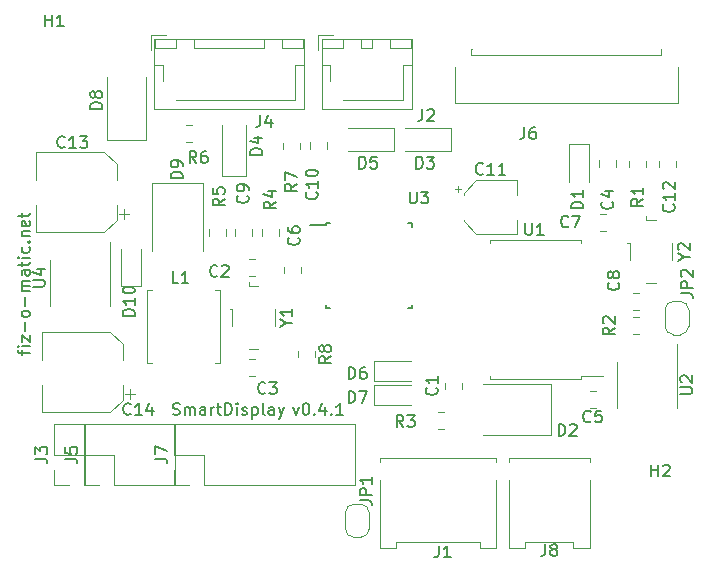
<source format=gbr>
%TF.GenerationSoftware,KiCad,Pcbnew,(5.1.6-0-10_14)*%
%TF.CreationDate,2021-11-18T21:32:24+01:00*%
%TF.ProjectId,SmartDisplay,536d6172-7444-4697-9370-6c61792e6b69,rev?*%
%TF.SameCoordinates,Original*%
%TF.FileFunction,Legend,Top*%
%TF.FilePolarity,Positive*%
%FSLAX46Y46*%
G04 Gerber Fmt 4.6, Leading zero omitted, Abs format (unit mm)*
G04 Created by KiCad (PCBNEW (5.1.6-0-10_14)) date 2021-11-18 21:32:24*
%MOMM*%
%LPD*%
G01*
G04 APERTURE LIST*
%ADD10C,0.150000*%
%ADD11C,0.120000*%
G04 APERTURE END LIST*
D10*
X140343523Y-109624761D02*
X140486380Y-109672380D01*
X140724476Y-109672380D01*
X140819714Y-109624761D01*
X140867333Y-109577142D01*
X140914952Y-109481904D01*
X140914952Y-109386666D01*
X140867333Y-109291428D01*
X140819714Y-109243809D01*
X140724476Y-109196190D01*
X140534000Y-109148571D01*
X140438761Y-109100952D01*
X140391142Y-109053333D01*
X140343523Y-108958095D01*
X140343523Y-108862857D01*
X140391142Y-108767619D01*
X140438761Y-108720000D01*
X140534000Y-108672380D01*
X140772095Y-108672380D01*
X140914952Y-108720000D01*
X141343523Y-109672380D02*
X141343523Y-109005714D01*
X141343523Y-109100952D02*
X141391142Y-109053333D01*
X141486380Y-109005714D01*
X141629238Y-109005714D01*
X141724476Y-109053333D01*
X141772095Y-109148571D01*
X141772095Y-109672380D01*
X141772095Y-109148571D02*
X141819714Y-109053333D01*
X141914952Y-109005714D01*
X142057809Y-109005714D01*
X142153047Y-109053333D01*
X142200666Y-109148571D01*
X142200666Y-109672380D01*
X143105428Y-109672380D02*
X143105428Y-109148571D01*
X143057809Y-109053333D01*
X142962571Y-109005714D01*
X142772095Y-109005714D01*
X142676857Y-109053333D01*
X143105428Y-109624761D02*
X143010190Y-109672380D01*
X142772095Y-109672380D01*
X142676857Y-109624761D01*
X142629238Y-109529523D01*
X142629238Y-109434285D01*
X142676857Y-109339047D01*
X142772095Y-109291428D01*
X143010190Y-109291428D01*
X143105428Y-109243809D01*
X143581619Y-109672380D02*
X143581619Y-109005714D01*
X143581619Y-109196190D02*
X143629238Y-109100952D01*
X143676857Y-109053333D01*
X143772095Y-109005714D01*
X143867333Y-109005714D01*
X144057809Y-109005714D02*
X144438761Y-109005714D01*
X144200666Y-108672380D02*
X144200666Y-109529523D01*
X144248285Y-109624761D01*
X144343523Y-109672380D01*
X144438761Y-109672380D01*
X144772095Y-109672380D02*
X144772095Y-108672380D01*
X145010190Y-108672380D01*
X145153047Y-108720000D01*
X145248285Y-108815238D01*
X145295904Y-108910476D01*
X145343523Y-109100952D01*
X145343523Y-109243809D01*
X145295904Y-109434285D01*
X145248285Y-109529523D01*
X145153047Y-109624761D01*
X145010190Y-109672380D01*
X144772095Y-109672380D01*
X145772095Y-109672380D02*
X145772095Y-109005714D01*
X145772095Y-108672380D02*
X145724476Y-108720000D01*
X145772095Y-108767619D01*
X145819714Y-108720000D01*
X145772095Y-108672380D01*
X145772095Y-108767619D01*
X146200666Y-109624761D02*
X146295904Y-109672380D01*
X146486380Y-109672380D01*
X146581619Y-109624761D01*
X146629238Y-109529523D01*
X146629238Y-109481904D01*
X146581619Y-109386666D01*
X146486380Y-109339047D01*
X146343523Y-109339047D01*
X146248285Y-109291428D01*
X146200666Y-109196190D01*
X146200666Y-109148571D01*
X146248285Y-109053333D01*
X146343523Y-109005714D01*
X146486380Y-109005714D01*
X146581619Y-109053333D01*
X147057809Y-109005714D02*
X147057809Y-110005714D01*
X147057809Y-109053333D02*
X147153047Y-109005714D01*
X147343523Y-109005714D01*
X147438761Y-109053333D01*
X147486380Y-109100952D01*
X147534000Y-109196190D01*
X147534000Y-109481904D01*
X147486380Y-109577142D01*
X147438761Y-109624761D01*
X147343523Y-109672380D01*
X147153047Y-109672380D01*
X147057809Y-109624761D01*
X148105428Y-109672380D02*
X148010190Y-109624761D01*
X147962571Y-109529523D01*
X147962571Y-108672380D01*
X148914952Y-109672380D02*
X148914952Y-109148571D01*
X148867333Y-109053333D01*
X148772095Y-109005714D01*
X148581619Y-109005714D01*
X148486380Y-109053333D01*
X148914952Y-109624761D02*
X148819714Y-109672380D01*
X148581619Y-109672380D01*
X148486380Y-109624761D01*
X148438761Y-109529523D01*
X148438761Y-109434285D01*
X148486380Y-109339047D01*
X148581619Y-109291428D01*
X148819714Y-109291428D01*
X148914952Y-109243809D01*
X149295904Y-109005714D02*
X149534000Y-109672380D01*
X149772095Y-109005714D02*
X149534000Y-109672380D01*
X149438761Y-109910476D01*
X149391142Y-109958095D01*
X149295904Y-110005714D01*
X127547714Y-104552000D02*
X127547714Y-104171047D01*
X128214380Y-104409142D02*
X127357238Y-104409142D01*
X127262000Y-104361523D01*
X127214380Y-104266285D01*
X127214380Y-104171047D01*
X128214380Y-103837714D02*
X127547714Y-103837714D01*
X127214380Y-103837714D02*
X127262000Y-103885333D01*
X127309619Y-103837714D01*
X127262000Y-103790095D01*
X127214380Y-103837714D01*
X127309619Y-103837714D01*
X127547714Y-103456761D02*
X127547714Y-102932952D01*
X128214380Y-103456761D01*
X128214380Y-102932952D01*
X127833428Y-102552000D02*
X127833428Y-101790095D01*
X128214380Y-101171047D02*
X128166761Y-101266285D01*
X128119142Y-101313904D01*
X128023904Y-101361523D01*
X127738190Y-101361523D01*
X127642952Y-101313904D01*
X127595333Y-101266285D01*
X127547714Y-101171047D01*
X127547714Y-101028190D01*
X127595333Y-100932952D01*
X127642952Y-100885333D01*
X127738190Y-100837714D01*
X128023904Y-100837714D01*
X128119142Y-100885333D01*
X128166761Y-100932952D01*
X128214380Y-101028190D01*
X128214380Y-101171047D01*
X127833428Y-100409142D02*
X127833428Y-99647238D01*
X128214380Y-99171047D02*
X127547714Y-99171047D01*
X127642952Y-99171047D02*
X127595333Y-99123428D01*
X127547714Y-99028190D01*
X127547714Y-98885333D01*
X127595333Y-98790095D01*
X127690571Y-98742476D01*
X128214380Y-98742476D01*
X127690571Y-98742476D02*
X127595333Y-98694857D01*
X127547714Y-98599619D01*
X127547714Y-98456761D01*
X127595333Y-98361523D01*
X127690571Y-98313904D01*
X128214380Y-98313904D01*
X128214380Y-97409142D02*
X127690571Y-97409142D01*
X127595333Y-97456761D01*
X127547714Y-97552000D01*
X127547714Y-97742476D01*
X127595333Y-97837714D01*
X128166761Y-97409142D02*
X128214380Y-97504380D01*
X128214380Y-97742476D01*
X128166761Y-97837714D01*
X128071523Y-97885333D01*
X127976285Y-97885333D01*
X127881047Y-97837714D01*
X127833428Y-97742476D01*
X127833428Y-97504380D01*
X127785809Y-97409142D01*
X127547714Y-97075809D02*
X127547714Y-96694857D01*
X127214380Y-96932952D02*
X128071523Y-96932952D01*
X128166761Y-96885333D01*
X128214380Y-96790095D01*
X128214380Y-96694857D01*
X128214380Y-96361523D02*
X127547714Y-96361523D01*
X127214380Y-96361523D02*
X127262000Y-96409142D01*
X127309619Y-96361523D01*
X127262000Y-96313904D01*
X127214380Y-96361523D01*
X127309619Y-96361523D01*
X128166761Y-95456761D02*
X128214380Y-95552000D01*
X128214380Y-95742476D01*
X128166761Y-95837714D01*
X128119142Y-95885333D01*
X128023904Y-95932952D01*
X127738190Y-95932952D01*
X127642952Y-95885333D01*
X127595333Y-95837714D01*
X127547714Y-95742476D01*
X127547714Y-95552000D01*
X127595333Y-95456761D01*
X128119142Y-95028190D02*
X128166761Y-94980571D01*
X128214380Y-95028190D01*
X128166761Y-95075809D01*
X128119142Y-95028190D01*
X128214380Y-95028190D01*
X127547714Y-94552000D02*
X128214380Y-94552000D01*
X127642952Y-94552000D02*
X127595333Y-94504380D01*
X127547714Y-94409142D01*
X127547714Y-94266285D01*
X127595333Y-94171047D01*
X127690571Y-94123428D01*
X128214380Y-94123428D01*
X128166761Y-93266285D02*
X128214380Y-93361523D01*
X128214380Y-93552000D01*
X128166761Y-93647238D01*
X128071523Y-93694857D01*
X127690571Y-93694857D01*
X127595333Y-93647238D01*
X127547714Y-93552000D01*
X127547714Y-93361523D01*
X127595333Y-93266285D01*
X127690571Y-93218666D01*
X127785809Y-93218666D01*
X127881047Y-93694857D01*
X127547714Y-92932952D02*
X127547714Y-92552000D01*
X127214380Y-92790095D02*
X128071523Y-92790095D01*
X128166761Y-92742476D01*
X128214380Y-92647238D01*
X128214380Y-92552000D01*
X150511142Y-109005714D02*
X150749238Y-109672380D01*
X150987333Y-109005714D01*
X151558761Y-108672380D02*
X151654000Y-108672380D01*
X151749238Y-108720000D01*
X151796857Y-108767619D01*
X151844476Y-108862857D01*
X151892095Y-109053333D01*
X151892095Y-109291428D01*
X151844476Y-109481904D01*
X151796857Y-109577142D01*
X151749238Y-109624761D01*
X151654000Y-109672380D01*
X151558761Y-109672380D01*
X151463523Y-109624761D01*
X151415904Y-109577142D01*
X151368285Y-109481904D01*
X151320666Y-109291428D01*
X151320666Y-109053333D01*
X151368285Y-108862857D01*
X151415904Y-108767619D01*
X151463523Y-108720000D01*
X151558761Y-108672380D01*
X152320666Y-109577142D02*
X152368285Y-109624761D01*
X152320666Y-109672380D01*
X152273047Y-109624761D01*
X152320666Y-109577142D01*
X152320666Y-109672380D01*
X153225428Y-109005714D02*
X153225428Y-109672380D01*
X152987333Y-108624761D02*
X152749238Y-109339047D01*
X153368285Y-109339047D01*
X153749238Y-109577142D02*
X153796857Y-109624761D01*
X153749238Y-109672380D01*
X153701619Y-109624761D01*
X153749238Y-109577142D01*
X153749238Y-109672380D01*
X154749238Y-109672380D02*
X154177809Y-109672380D01*
X154463523Y-109672380D02*
X154463523Y-108672380D01*
X154368285Y-108815238D01*
X154273047Y-108910476D01*
X154177809Y-108958095D01*
D11*
%TO.C,D5*%
X159096000Y-87360000D02*
X155196000Y-87360000D01*
X159096000Y-85360000D02*
X155196000Y-85360000D01*
X159096000Y-87360000D02*
X159096000Y-85360000D01*
%TO.C,D3*%
X163920000Y-87360000D02*
X160020000Y-87360000D01*
X163920000Y-85360000D02*
X160020000Y-85360000D01*
X163920000Y-87360000D02*
X163920000Y-85360000D01*
%TO.C,J5*%
X132782000Y-115630000D02*
X132782000Y-114300000D01*
X134112000Y-115630000D02*
X132782000Y-115630000D01*
X132782000Y-113030000D02*
X132782000Y-110430000D01*
X135382000Y-113030000D02*
X132782000Y-113030000D01*
X135382000Y-115630000D02*
X135382000Y-113030000D01*
X132782000Y-110430000D02*
X140522000Y-110430000D01*
X135382000Y-115630000D02*
X140522000Y-115630000D01*
X140522000Y-115630000D02*
X140522000Y-110430000D01*
%TO.C,J2*%
X152638000Y-77514000D02*
X152638000Y-78764000D01*
X153888000Y-77514000D02*
X152638000Y-77514000D01*
X159788000Y-83014000D02*
X156738000Y-83014000D01*
X159788000Y-80064000D02*
X159788000Y-83014000D01*
X160538000Y-80064000D02*
X159788000Y-80064000D01*
X156738000Y-83014000D02*
X154748000Y-83014000D01*
X153688000Y-80064000D02*
X153688000Y-81404000D01*
X152938000Y-80064000D02*
X153688000Y-80064000D01*
X160538000Y-77814000D02*
X158738000Y-77814000D01*
X160538000Y-78564000D02*
X160538000Y-77814000D01*
X158738000Y-78564000D02*
X160538000Y-78564000D01*
X158738000Y-77814000D02*
X158738000Y-78564000D01*
X154738000Y-77814000D02*
X152938000Y-77814000D01*
X154738000Y-78564000D02*
X154738000Y-77814000D01*
X152938000Y-78564000D02*
X154738000Y-78564000D01*
X152938000Y-77814000D02*
X152938000Y-78564000D01*
X157238000Y-77814000D02*
X156238000Y-77814000D01*
X157238000Y-78564000D02*
X157238000Y-77814000D01*
X156238000Y-78564000D02*
X157238000Y-78564000D01*
X156238000Y-77814000D02*
X156238000Y-78564000D01*
X160548000Y-77804000D02*
X152928000Y-77804000D01*
X160548000Y-83774000D02*
X160548000Y-77804000D01*
X152928000Y-83774000D02*
X160548000Y-83774000D01*
X152928000Y-77804000D02*
X152928000Y-83774000D01*
%TO.C,J4*%
X138494000Y-77514000D02*
X138494000Y-78764000D01*
X139744000Y-77514000D02*
X138494000Y-77514000D01*
X150644000Y-83014000D02*
X145094000Y-83014000D01*
X150644000Y-80064000D02*
X150644000Y-83014000D01*
X151394000Y-80064000D02*
X150644000Y-80064000D01*
X145094000Y-83014000D02*
X140604000Y-83014000D01*
X139544000Y-80064000D02*
X139544000Y-81404000D01*
X138794000Y-80064000D02*
X139544000Y-80064000D01*
X151394000Y-77814000D02*
X149594000Y-77814000D01*
X151394000Y-78564000D02*
X151394000Y-77814000D01*
X149594000Y-78564000D02*
X151394000Y-78564000D01*
X149594000Y-77814000D02*
X149594000Y-78564000D01*
X140594000Y-77814000D02*
X138794000Y-77814000D01*
X140594000Y-78564000D02*
X140594000Y-77814000D01*
X138794000Y-78564000D02*
X140594000Y-78564000D01*
X138794000Y-77814000D02*
X138794000Y-78564000D01*
X148094000Y-77814000D02*
X142094000Y-77814000D01*
X148094000Y-78564000D02*
X148094000Y-77814000D01*
X142094000Y-78564000D02*
X148094000Y-78564000D01*
X142094000Y-77814000D02*
X142094000Y-78564000D01*
X151404000Y-77804000D02*
X138784000Y-77804000D01*
X151404000Y-83774000D02*
X151404000Y-77804000D01*
X138784000Y-83774000D02*
X151404000Y-83774000D01*
X138784000Y-77804000D02*
X138784000Y-83774000D01*
%TO.C,J3*%
X130242000Y-115630000D02*
X130242000Y-114300000D01*
X131572000Y-115630000D02*
X130242000Y-115630000D01*
X130242000Y-113030000D02*
X130242000Y-110430000D01*
X132842000Y-113030000D02*
X130242000Y-113030000D01*
X132842000Y-115630000D02*
X132842000Y-113030000D01*
X130242000Y-110430000D02*
X132902000Y-110430000D01*
X132842000Y-115630000D02*
X132902000Y-115630000D01*
X132902000Y-115630000D02*
X132902000Y-110430000D01*
%TO.C,J6*%
X181655000Y-78700000D02*
X181635000Y-78700000D01*
X181655000Y-79200000D02*
X181655000Y-78700000D01*
X165625000Y-79200000D02*
X181655000Y-79200000D01*
X165625000Y-78700000D02*
X165625000Y-79200000D01*
X165645000Y-78700000D02*
X165625000Y-78700000D01*
X183075000Y-83290000D02*
X183075000Y-80215000D01*
X164205000Y-83290000D02*
X183075000Y-83290000D01*
X164205000Y-80215000D02*
X164205000Y-83290000D01*
%TO.C,J7*%
X140402000Y-115630000D02*
X140402000Y-114300000D01*
X141732000Y-115630000D02*
X140402000Y-115630000D01*
X140402000Y-113030000D02*
X140402000Y-110430000D01*
X143002000Y-113030000D02*
X140402000Y-113030000D01*
X143002000Y-115630000D02*
X143002000Y-113030000D01*
X140402000Y-110430000D02*
X155762000Y-110430000D01*
X143002000Y-115630000D02*
X155762000Y-115630000D01*
X155762000Y-115630000D02*
X155762000Y-110430000D01*
%TO.C,U1*%
X174929000Y-106351000D02*
X176744000Y-106351000D01*
X174929000Y-106596000D02*
X174929000Y-106351000D01*
X171069000Y-106596000D02*
X174929000Y-106596000D01*
X167209000Y-106596000D02*
X167209000Y-106351000D01*
X171069000Y-106596000D02*
X167209000Y-106596000D01*
X174929000Y-94826000D02*
X174929000Y-95071000D01*
X171069000Y-94826000D02*
X174929000Y-94826000D01*
X167209000Y-94826000D02*
X167209000Y-95071000D01*
X171069000Y-94826000D02*
X167209000Y-94826000D01*
%TO.C,D2*%
X172342000Y-111370000D02*
X172342000Y-107070000D01*
X172342000Y-107070000D02*
X166642000Y-107070000D01*
X172342000Y-111370000D02*
X166642000Y-111370000D01*
%TO.C,D8*%
X134748000Y-86426000D02*
X138048000Y-86426000D01*
X138048000Y-86426000D02*
X138048000Y-81026000D01*
X134748000Y-86426000D02*
X134748000Y-81026000D01*
%TO.C,J8*%
X175647000Y-113664000D02*
X175647000Y-113354000D01*
X175647000Y-113354000D02*
X168777000Y-113354000D01*
X168777000Y-113354000D02*
X168777000Y-113664000D01*
X175647000Y-115184000D02*
X175647000Y-120944000D01*
X175647000Y-120944000D02*
X174227000Y-120944000D01*
X174227000Y-120944000D02*
X174227000Y-120444000D01*
X174227000Y-120444000D02*
X170197000Y-120444000D01*
X170197000Y-120444000D02*
X170197000Y-120944000D01*
X170197000Y-120944000D02*
X168777000Y-120944000D01*
X168777000Y-120944000D02*
X168777000Y-115184000D01*
%TO.C,D7*%
X157378000Y-107100000D02*
X160528000Y-107100000D01*
X157378000Y-108800000D02*
X160528000Y-108800000D01*
X157378000Y-107100000D02*
X157378000Y-108800000D01*
%TO.C,D6*%
X157378000Y-105068000D02*
X160528000Y-105068000D01*
X157378000Y-106768000D02*
X160528000Y-106768000D01*
X157378000Y-105068000D02*
X157378000Y-106768000D01*
%TO.C,D1*%
X175602000Y-86766000D02*
X175602000Y-89916000D01*
X173902000Y-86766000D02*
X173902000Y-89916000D01*
X175602000Y-86766000D02*
X173902000Y-86766000D01*
%TO.C,D10*%
X135929000Y-98781000D02*
X135929000Y-95631000D01*
X137629000Y-98781000D02*
X137629000Y-95631000D01*
X135929000Y-98781000D02*
X137629000Y-98781000D01*
%TO.C,Y2*%
X179041000Y-95130000D02*
X178801000Y-95130000D01*
X179041000Y-96530000D02*
X179041000Y-95130000D01*
X182641000Y-95130000D02*
X182641000Y-96530000D01*
X181241000Y-98530000D02*
X180441000Y-98530000D01*
X180441000Y-93130000D02*
X181241000Y-93130000D01*
X180441000Y-92830000D02*
X180441000Y-93130000D01*
%TO.C,Y1*%
X145386000Y-100718000D02*
X145146000Y-100718000D01*
X145386000Y-102118000D02*
X145386000Y-100718000D01*
X148986000Y-100718000D02*
X148986000Y-102118000D01*
X147586000Y-104118000D02*
X146786000Y-104118000D01*
X146786000Y-98718000D02*
X147586000Y-98718000D01*
X146786000Y-98418000D02*
X146786000Y-98718000D01*
%TO.C,JP1*%
X155656000Y-117218000D02*
X156256000Y-117218000D01*
X154956000Y-119318000D02*
X154956000Y-117918000D01*
X156256000Y-120018000D02*
X155656000Y-120018000D01*
X156956000Y-117918000D02*
X156956000Y-119318000D01*
X156256000Y-117218000D02*
G75*
G02*
X156956000Y-117918000I0J-700000D01*
G01*
X154956000Y-117918000D02*
G75*
G02*
X155656000Y-117218000I700000J0D01*
G01*
X155656000Y-120018000D02*
G75*
G02*
X154956000Y-119318000I0J700000D01*
G01*
X156956000Y-119318000D02*
G75*
G02*
X156256000Y-120018000I-700000J0D01*
G01*
%TO.C,R7*%
X149658000Y-87138252D02*
X149658000Y-86615748D01*
X151078000Y-87138252D02*
X151078000Y-86615748D01*
%TO.C,R6*%
X141984252Y-86562000D02*
X141461748Y-86562000D01*
X141984252Y-85142000D02*
X141461748Y-85142000D01*
%TO.C,D4*%
X144542000Y-85146000D02*
X144542000Y-89446000D01*
X144542000Y-89446000D02*
X146542000Y-89446000D01*
X146542000Y-89446000D02*
X146542000Y-85146000D01*
%TO.C,C11*%
X169497000Y-94335000D02*
X169497000Y-93135000D01*
X169497000Y-89815000D02*
X169497000Y-91015000D01*
X166041437Y-89815000D02*
X169497000Y-89815000D01*
X166041437Y-94335000D02*
X169497000Y-94335000D01*
X164977000Y-93270563D02*
X164977000Y-93135000D01*
X164977000Y-90879437D02*
X164977000Y-91015000D01*
X164977000Y-90879437D02*
X166041437Y-89815000D01*
X164977000Y-93270563D02*
X166041437Y-94335000D01*
X164237000Y-90515000D02*
X164737000Y-90515000D01*
X164487000Y-90265000D02*
X164487000Y-90765000D01*
%TO.C,C10*%
X151944000Y-87120252D02*
X151944000Y-86597748D01*
X153364000Y-87120252D02*
X153364000Y-86597748D01*
%TO.C,U4*%
X135021000Y-98490000D02*
X135021000Y-95040000D01*
X135021000Y-98490000D02*
X135021000Y-100440000D01*
X129901000Y-98490000D02*
X129901000Y-96540000D01*
X129901000Y-98490000D02*
X129901000Y-100440000D01*
%TO.C,L1*%
X144324000Y-99092000D02*
X143874000Y-99092000D01*
X138124000Y-99092000D02*
X138574000Y-99092000D01*
X138124000Y-105292000D02*
X138574000Y-105292000D01*
X138124000Y-105292000D02*
X138124000Y-99092000D01*
X144324000Y-105292000D02*
X143874000Y-105292000D01*
X144324000Y-99092000D02*
X144324000Y-105292000D01*
%TO.C,D9*%
X142866000Y-90058000D02*
X142866000Y-95758000D01*
X138566000Y-90058000D02*
X138566000Y-95758000D01*
X142866000Y-90058000D02*
X138566000Y-90058000D01*
%TO.C,C14*%
X136725750Y-108286250D02*
X136725750Y-107498750D01*
X137119500Y-107892500D02*
X136332000Y-107892500D01*
X136092000Y-103699437D02*
X135027563Y-102635000D01*
X136092000Y-108390563D02*
X135027563Y-109455000D01*
X136092000Y-108390563D02*
X136092000Y-107105000D01*
X136092000Y-103699437D02*
X136092000Y-104985000D01*
X135027563Y-102635000D02*
X129272000Y-102635000D01*
X135027563Y-109455000D02*
X129272000Y-109455000D01*
X129272000Y-109455000D02*
X129272000Y-107105000D01*
X129272000Y-102635000D02*
X129272000Y-104985000D01*
%TO.C,C13*%
X136217750Y-93046250D02*
X136217750Y-92258750D01*
X136611500Y-92652500D02*
X135824000Y-92652500D01*
X135584000Y-88459437D02*
X134519563Y-87395000D01*
X135584000Y-93150563D02*
X134519563Y-94215000D01*
X135584000Y-93150563D02*
X135584000Y-91865000D01*
X135584000Y-88459437D02*
X135584000Y-89745000D01*
X134519563Y-87395000D02*
X128764000Y-87395000D01*
X134519563Y-94215000D02*
X128764000Y-94215000D01*
X128764000Y-94215000D02*
X128764000Y-91865000D01*
X128764000Y-87395000D02*
X128764000Y-89745000D01*
%TO.C,C4*%
X176455000Y-88121748D02*
X176455000Y-88644252D01*
X177875000Y-88121748D02*
X177875000Y-88644252D01*
%TO.C,R5*%
X143435000Y-93963748D02*
X143435000Y-94486252D01*
X144855000Y-93963748D02*
X144855000Y-94486252D01*
%TO.C,R4*%
X147880000Y-93963748D02*
X147880000Y-94486252D01*
X149300000Y-93963748D02*
X149300000Y-94486252D01*
%TO.C,C9*%
X147014000Y-94486252D02*
X147014000Y-93963748D01*
X145594000Y-94486252D02*
X145594000Y-93963748D01*
%TO.C,U2*%
X177907000Y-107123000D02*
X177907000Y-109073000D01*
X177907000Y-107123000D02*
X177907000Y-105173000D01*
X183027000Y-107123000D02*
X183027000Y-109073000D01*
X183027000Y-107123000D02*
X183027000Y-103673000D01*
%TO.C,R3*%
X163320252Y-110819000D02*
X162797748Y-110819000D01*
X163320252Y-109399000D02*
X162797748Y-109399000D01*
%TO.C,J1*%
X157855000Y-120944000D02*
X157855000Y-115184000D01*
X159275000Y-120944000D02*
X157855000Y-120944000D01*
X159275000Y-120444000D02*
X159275000Y-120944000D01*
X166305000Y-120444000D02*
X159275000Y-120444000D01*
X166305000Y-120944000D02*
X166305000Y-120444000D01*
X167725000Y-120944000D02*
X166305000Y-120944000D01*
X167725000Y-115184000D02*
X167725000Y-120944000D01*
X157855000Y-113354000D02*
X157855000Y-113664000D01*
X167725000Y-113354000D02*
X157855000Y-113354000D01*
X167725000Y-113664000D02*
X167725000Y-113354000D01*
%TO.C,R8*%
X150928000Y-104268748D02*
X150928000Y-104791252D01*
X152348000Y-104268748D02*
X152348000Y-104791252D01*
D10*
%TO.C,U3*%
X153347000Y-93628000D02*
X151922000Y-93628000D01*
X160597000Y-93403000D02*
X160272000Y-93403000D01*
X160597000Y-100653000D02*
X160272000Y-100653000D01*
X153347000Y-100653000D02*
X153672000Y-100653000D01*
X153347000Y-93403000D02*
X153672000Y-93403000D01*
X153347000Y-100653000D02*
X153347000Y-100328000D01*
X160597000Y-100653000D02*
X160597000Y-100328000D01*
X160597000Y-93403000D02*
X160597000Y-93728000D01*
X153347000Y-93403000D02*
X153347000Y-93628000D01*
D11*
%TO.C,C5*%
X175624748Y-107621000D02*
X176147252Y-107621000D01*
X175624748Y-109041000D02*
X176147252Y-109041000D01*
%TO.C,C1*%
X163374000Y-107458252D02*
X163374000Y-106935748D01*
X164794000Y-107458252D02*
X164794000Y-106935748D01*
%TO.C,C6*%
X149785000Y-97661252D02*
X149785000Y-97138748D01*
X151205000Y-97661252D02*
X151205000Y-97138748D01*
%TO.C,C12*%
X182955000Y-88139748D02*
X182955000Y-88662252D01*
X181535000Y-88139748D02*
X181535000Y-88662252D01*
%TO.C,R2*%
X179848252Y-102818000D02*
X179325748Y-102818000D01*
X179848252Y-101398000D02*
X179325748Y-101398000D01*
%TO.C,R1*%
X180415000Y-88139748D02*
X180415000Y-88662252D01*
X178995000Y-88139748D02*
X178995000Y-88662252D01*
%TO.C,JP2*%
X182707000Y-100058000D02*
X183307000Y-100058000D01*
X182007000Y-102158000D02*
X182007000Y-100758000D01*
X183307000Y-102858000D02*
X182707000Y-102858000D01*
X184007000Y-100758000D02*
X184007000Y-102158000D01*
X183307000Y-100058000D02*
G75*
G02*
X184007000Y-100758000I0J-700000D01*
G01*
X182007000Y-100758000D02*
G75*
G02*
X182707000Y-100058000I700000J0D01*
G01*
X182707000Y-102858000D02*
G75*
G02*
X182007000Y-102158000I0J700000D01*
G01*
X184007000Y-102158000D02*
G75*
G02*
X183307000Y-102858000I-700000J0D01*
G01*
%TO.C,C8*%
X179848252Y-100786000D02*
X179325748Y-100786000D01*
X179848252Y-99366000D02*
X179325748Y-99366000D01*
%TO.C,C7*%
X177036252Y-94055000D02*
X176513748Y-94055000D01*
X177036252Y-92635000D02*
X176513748Y-92635000D01*
%TO.C,C3*%
X146813748Y-104972000D02*
X147336252Y-104972000D01*
X146813748Y-106392000D02*
X147336252Y-106392000D01*
%TO.C,C2*%
X147336252Y-97865000D02*
X146813748Y-97865000D01*
X147336252Y-96445000D02*
X146813748Y-96445000D01*
%TO.C,D5*%
D10*
X156107904Y-88812380D02*
X156107904Y-87812380D01*
X156346000Y-87812380D01*
X156488857Y-87860000D01*
X156584095Y-87955238D01*
X156631714Y-88050476D01*
X156679333Y-88240952D01*
X156679333Y-88383809D01*
X156631714Y-88574285D01*
X156584095Y-88669523D01*
X156488857Y-88764761D01*
X156346000Y-88812380D01*
X156107904Y-88812380D01*
X157584095Y-87812380D02*
X157107904Y-87812380D01*
X157060285Y-88288571D01*
X157107904Y-88240952D01*
X157203142Y-88193333D01*
X157441238Y-88193333D01*
X157536476Y-88240952D01*
X157584095Y-88288571D01*
X157631714Y-88383809D01*
X157631714Y-88621904D01*
X157584095Y-88717142D01*
X157536476Y-88764761D01*
X157441238Y-88812380D01*
X157203142Y-88812380D01*
X157107904Y-88764761D01*
X157060285Y-88717142D01*
%TO.C,D3*%
X160931904Y-88812380D02*
X160931904Y-87812380D01*
X161170000Y-87812380D01*
X161312857Y-87860000D01*
X161408095Y-87955238D01*
X161455714Y-88050476D01*
X161503333Y-88240952D01*
X161503333Y-88383809D01*
X161455714Y-88574285D01*
X161408095Y-88669523D01*
X161312857Y-88764761D01*
X161170000Y-88812380D01*
X160931904Y-88812380D01*
X161836666Y-87812380D02*
X162455714Y-87812380D01*
X162122380Y-88193333D01*
X162265238Y-88193333D01*
X162360476Y-88240952D01*
X162408095Y-88288571D01*
X162455714Y-88383809D01*
X162455714Y-88621904D01*
X162408095Y-88717142D01*
X162360476Y-88764761D01*
X162265238Y-88812380D01*
X161979523Y-88812380D01*
X161884285Y-88764761D01*
X161836666Y-88717142D01*
%TO.C,J5*%
X131234380Y-113363333D02*
X131948666Y-113363333D01*
X132091523Y-113410952D01*
X132186761Y-113506190D01*
X132234380Y-113649047D01*
X132234380Y-113744285D01*
X131234380Y-112410952D02*
X131234380Y-112887142D01*
X131710571Y-112934761D01*
X131662952Y-112887142D01*
X131615333Y-112791904D01*
X131615333Y-112553809D01*
X131662952Y-112458571D01*
X131710571Y-112410952D01*
X131805809Y-112363333D01*
X132043904Y-112363333D01*
X132139142Y-112410952D01*
X132186761Y-112458571D01*
X132234380Y-112553809D01*
X132234380Y-112791904D01*
X132186761Y-112887142D01*
X132139142Y-112934761D01*
%TO.C,J2*%
X161464666Y-83780380D02*
X161464666Y-84494666D01*
X161417047Y-84637523D01*
X161321809Y-84732761D01*
X161178952Y-84780380D01*
X161083714Y-84780380D01*
X161893238Y-83875619D02*
X161940857Y-83828000D01*
X162036095Y-83780380D01*
X162274190Y-83780380D01*
X162369428Y-83828000D01*
X162417047Y-83875619D01*
X162464666Y-83970857D01*
X162464666Y-84066095D01*
X162417047Y-84208952D01*
X161845619Y-84780380D01*
X162464666Y-84780380D01*
%TO.C,J4*%
X147748666Y-84288380D02*
X147748666Y-85002666D01*
X147701047Y-85145523D01*
X147605809Y-85240761D01*
X147462952Y-85288380D01*
X147367714Y-85288380D01*
X148653428Y-84621714D02*
X148653428Y-85288380D01*
X148415333Y-84240761D02*
X148177238Y-84955047D01*
X148796285Y-84955047D01*
%TO.C,J3*%
X128694380Y-113363333D02*
X129408666Y-113363333D01*
X129551523Y-113410952D01*
X129646761Y-113506190D01*
X129694380Y-113649047D01*
X129694380Y-113744285D01*
X128694380Y-112982380D02*
X128694380Y-112363333D01*
X129075333Y-112696666D01*
X129075333Y-112553809D01*
X129122952Y-112458571D01*
X129170571Y-112410952D01*
X129265809Y-112363333D01*
X129503904Y-112363333D01*
X129599142Y-112410952D01*
X129646761Y-112458571D01*
X129694380Y-112553809D01*
X129694380Y-112839523D01*
X129646761Y-112934761D01*
X129599142Y-112982380D01*
%TO.C,J6*%
X170100666Y-85304380D02*
X170100666Y-86018666D01*
X170053047Y-86161523D01*
X169957809Y-86256761D01*
X169814952Y-86304380D01*
X169719714Y-86304380D01*
X171005428Y-85304380D02*
X170814952Y-85304380D01*
X170719714Y-85352000D01*
X170672095Y-85399619D01*
X170576857Y-85542476D01*
X170529238Y-85732952D01*
X170529238Y-86113904D01*
X170576857Y-86209142D01*
X170624476Y-86256761D01*
X170719714Y-86304380D01*
X170910190Y-86304380D01*
X171005428Y-86256761D01*
X171053047Y-86209142D01*
X171100666Y-86113904D01*
X171100666Y-85875809D01*
X171053047Y-85780571D01*
X171005428Y-85732952D01*
X170910190Y-85685333D01*
X170719714Y-85685333D01*
X170624476Y-85732952D01*
X170576857Y-85780571D01*
X170529238Y-85875809D01*
%TO.C,J7*%
X138854380Y-113363333D02*
X139568666Y-113363333D01*
X139711523Y-113410952D01*
X139806761Y-113506190D01*
X139854380Y-113649047D01*
X139854380Y-113744285D01*
X138854380Y-112982380D02*
X138854380Y-112315714D01*
X139854380Y-112744285D01*
%TO.C,U1*%
X170180095Y-93432380D02*
X170180095Y-94241904D01*
X170227714Y-94337142D01*
X170275333Y-94384761D01*
X170370571Y-94432380D01*
X170561047Y-94432380D01*
X170656285Y-94384761D01*
X170703904Y-94337142D01*
X170751523Y-94241904D01*
X170751523Y-93432380D01*
X171751523Y-94432380D02*
X171180095Y-94432380D01*
X171465809Y-94432380D02*
X171465809Y-93432380D01*
X171370571Y-93575238D01*
X171275333Y-93670476D01*
X171180095Y-93718095D01*
%TO.C,D2*%
X172997904Y-111450380D02*
X172997904Y-110450380D01*
X173236000Y-110450380D01*
X173378857Y-110498000D01*
X173474095Y-110593238D01*
X173521714Y-110688476D01*
X173569333Y-110878952D01*
X173569333Y-111021809D01*
X173521714Y-111212285D01*
X173474095Y-111307523D01*
X173378857Y-111402761D01*
X173236000Y-111450380D01*
X172997904Y-111450380D01*
X173950285Y-110545619D02*
X173997904Y-110498000D01*
X174093142Y-110450380D01*
X174331238Y-110450380D01*
X174426476Y-110498000D01*
X174474095Y-110545619D01*
X174521714Y-110640857D01*
X174521714Y-110736095D01*
X174474095Y-110878952D01*
X173902666Y-111450380D01*
X174521714Y-111450380D01*
%TO.C,D8*%
X134350380Y-83764095D02*
X133350380Y-83764095D01*
X133350380Y-83526000D01*
X133398000Y-83383142D01*
X133493238Y-83287904D01*
X133588476Y-83240285D01*
X133778952Y-83192666D01*
X133921809Y-83192666D01*
X134112285Y-83240285D01*
X134207523Y-83287904D01*
X134302761Y-83383142D01*
X134350380Y-83526000D01*
X134350380Y-83764095D01*
X133778952Y-82621238D02*
X133731333Y-82716476D01*
X133683714Y-82764095D01*
X133588476Y-82811714D01*
X133540857Y-82811714D01*
X133445619Y-82764095D01*
X133398000Y-82716476D01*
X133350380Y-82621238D01*
X133350380Y-82430761D01*
X133398000Y-82335523D01*
X133445619Y-82287904D01*
X133540857Y-82240285D01*
X133588476Y-82240285D01*
X133683714Y-82287904D01*
X133731333Y-82335523D01*
X133778952Y-82430761D01*
X133778952Y-82621238D01*
X133826571Y-82716476D01*
X133874190Y-82764095D01*
X133969428Y-82811714D01*
X134159904Y-82811714D01*
X134255142Y-82764095D01*
X134302761Y-82716476D01*
X134350380Y-82621238D01*
X134350380Y-82430761D01*
X134302761Y-82335523D01*
X134255142Y-82287904D01*
X134159904Y-82240285D01*
X133969428Y-82240285D01*
X133874190Y-82287904D01*
X133826571Y-82335523D01*
X133778952Y-82430761D01*
%TO.C,J8*%
X171878666Y-120610380D02*
X171878666Y-121324666D01*
X171831047Y-121467523D01*
X171735809Y-121562761D01*
X171592952Y-121610380D01*
X171497714Y-121610380D01*
X172497714Y-121038952D02*
X172402476Y-120991333D01*
X172354857Y-120943714D01*
X172307238Y-120848476D01*
X172307238Y-120800857D01*
X172354857Y-120705619D01*
X172402476Y-120658000D01*
X172497714Y-120610380D01*
X172688190Y-120610380D01*
X172783428Y-120658000D01*
X172831047Y-120705619D01*
X172878666Y-120800857D01*
X172878666Y-120848476D01*
X172831047Y-120943714D01*
X172783428Y-120991333D01*
X172688190Y-121038952D01*
X172497714Y-121038952D01*
X172402476Y-121086571D01*
X172354857Y-121134190D01*
X172307238Y-121229428D01*
X172307238Y-121419904D01*
X172354857Y-121515142D01*
X172402476Y-121562761D01*
X172497714Y-121610380D01*
X172688190Y-121610380D01*
X172783428Y-121562761D01*
X172831047Y-121515142D01*
X172878666Y-121419904D01*
X172878666Y-121229428D01*
X172831047Y-121134190D01*
X172783428Y-121086571D01*
X172688190Y-121038952D01*
%TO.C,D7*%
X155217904Y-108656380D02*
X155217904Y-107656380D01*
X155456000Y-107656380D01*
X155598857Y-107704000D01*
X155694095Y-107799238D01*
X155741714Y-107894476D01*
X155789333Y-108084952D01*
X155789333Y-108227809D01*
X155741714Y-108418285D01*
X155694095Y-108513523D01*
X155598857Y-108608761D01*
X155456000Y-108656380D01*
X155217904Y-108656380D01*
X156122666Y-107656380D02*
X156789333Y-107656380D01*
X156360761Y-108656380D01*
%TO.C,D6*%
X155217904Y-106624380D02*
X155217904Y-105624380D01*
X155456000Y-105624380D01*
X155598857Y-105672000D01*
X155694095Y-105767238D01*
X155741714Y-105862476D01*
X155789333Y-106052952D01*
X155789333Y-106195809D01*
X155741714Y-106386285D01*
X155694095Y-106481523D01*
X155598857Y-106576761D01*
X155456000Y-106624380D01*
X155217904Y-106624380D01*
X156646476Y-105624380D02*
X156456000Y-105624380D01*
X156360761Y-105672000D01*
X156313142Y-105719619D01*
X156217904Y-105862476D01*
X156170285Y-106052952D01*
X156170285Y-106433904D01*
X156217904Y-106529142D01*
X156265523Y-106576761D01*
X156360761Y-106624380D01*
X156551238Y-106624380D01*
X156646476Y-106576761D01*
X156694095Y-106529142D01*
X156741714Y-106433904D01*
X156741714Y-106195809D01*
X156694095Y-106100571D01*
X156646476Y-106052952D01*
X156551238Y-106005333D01*
X156360761Y-106005333D01*
X156265523Y-106052952D01*
X156217904Y-106100571D01*
X156170285Y-106195809D01*
%TO.C,D1*%
X175077380Y-92178095D02*
X174077380Y-92178095D01*
X174077380Y-91940000D01*
X174125000Y-91797142D01*
X174220238Y-91701904D01*
X174315476Y-91654285D01*
X174505952Y-91606666D01*
X174648809Y-91606666D01*
X174839285Y-91654285D01*
X174934523Y-91701904D01*
X175029761Y-91797142D01*
X175077380Y-91940000D01*
X175077380Y-92178095D01*
X175077380Y-90654285D02*
X175077380Y-91225714D01*
X175077380Y-90940000D02*
X174077380Y-90940000D01*
X174220238Y-91035238D01*
X174315476Y-91130476D01*
X174363095Y-91225714D01*
%TO.C,D10*%
X137104380Y-101290285D02*
X136104380Y-101290285D01*
X136104380Y-101052190D01*
X136152000Y-100909333D01*
X136247238Y-100814095D01*
X136342476Y-100766476D01*
X136532952Y-100718857D01*
X136675809Y-100718857D01*
X136866285Y-100766476D01*
X136961523Y-100814095D01*
X137056761Y-100909333D01*
X137104380Y-101052190D01*
X137104380Y-101290285D01*
X137104380Y-99766476D02*
X137104380Y-100337904D01*
X137104380Y-100052190D02*
X136104380Y-100052190D01*
X136247238Y-100147428D01*
X136342476Y-100242666D01*
X136390095Y-100337904D01*
X136104380Y-99147428D02*
X136104380Y-99052190D01*
X136152000Y-98956952D01*
X136199619Y-98909333D01*
X136294857Y-98861714D01*
X136485333Y-98814095D01*
X136723428Y-98814095D01*
X136913904Y-98861714D01*
X137009142Y-98909333D01*
X137056761Y-98956952D01*
X137104380Y-99052190D01*
X137104380Y-99147428D01*
X137056761Y-99242666D01*
X137009142Y-99290285D01*
X136913904Y-99337904D01*
X136723428Y-99385523D01*
X136485333Y-99385523D01*
X136294857Y-99337904D01*
X136199619Y-99290285D01*
X136152000Y-99242666D01*
X136104380Y-99147428D01*
%TO.C,Y2*%
X183617190Y-96306190D02*
X184093380Y-96306190D01*
X183093380Y-96639523D02*
X183617190Y-96306190D01*
X183093380Y-95972857D01*
X183188619Y-95687142D02*
X183141000Y-95639523D01*
X183093380Y-95544285D01*
X183093380Y-95306190D01*
X183141000Y-95210952D01*
X183188619Y-95163333D01*
X183283857Y-95115714D01*
X183379095Y-95115714D01*
X183521952Y-95163333D01*
X184093380Y-95734761D01*
X184093380Y-95115714D01*
%TO.C,Y1*%
X149962190Y-101894190D02*
X150438380Y-101894190D01*
X149438380Y-102227523D02*
X149962190Y-101894190D01*
X149438380Y-101560857D01*
X150438380Y-100703714D02*
X150438380Y-101275142D01*
X150438380Y-100989428D02*
X149438380Y-100989428D01*
X149581238Y-101084666D01*
X149676476Y-101179904D01*
X149724095Y-101275142D01*
%TO.C,JP1*%
X156170380Y-116911333D02*
X156884666Y-116911333D01*
X157027523Y-116958952D01*
X157122761Y-117054190D01*
X157170380Y-117197047D01*
X157170380Y-117292285D01*
X157170380Y-116435142D02*
X156170380Y-116435142D01*
X156170380Y-116054190D01*
X156218000Y-115958952D01*
X156265619Y-115911333D01*
X156360857Y-115863714D01*
X156503714Y-115863714D01*
X156598952Y-115911333D01*
X156646571Y-115958952D01*
X156694190Y-116054190D01*
X156694190Y-116435142D01*
X157170380Y-114911333D02*
X157170380Y-115482761D01*
X157170380Y-115197047D02*
X156170380Y-115197047D01*
X156313238Y-115292285D01*
X156408476Y-115387523D01*
X156456095Y-115482761D01*
%TO.C,R7*%
X150820380Y-90100666D02*
X150344190Y-90434000D01*
X150820380Y-90672095D02*
X149820380Y-90672095D01*
X149820380Y-90291142D01*
X149868000Y-90195904D01*
X149915619Y-90148285D01*
X150010857Y-90100666D01*
X150153714Y-90100666D01*
X150248952Y-90148285D01*
X150296571Y-90195904D01*
X150344190Y-90291142D01*
X150344190Y-90672095D01*
X149820380Y-89767333D02*
X149820380Y-89100666D01*
X150820380Y-89529238D01*
%TO.C,R6*%
X142327333Y-88336380D02*
X141994000Y-87860190D01*
X141755904Y-88336380D02*
X141755904Y-87336380D01*
X142136857Y-87336380D01*
X142232095Y-87384000D01*
X142279714Y-87431619D01*
X142327333Y-87526857D01*
X142327333Y-87669714D01*
X142279714Y-87764952D01*
X142232095Y-87812571D01*
X142136857Y-87860190D01*
X141755904Y-87860190D01*
X143184476Y-87336380D02*
X142994000Y-87336380D01*
X142898761Y-87384000D01*
X142851142Y-87431619D01*
X142755904Y-87574476D01*
X142708285Y-87764952D01*
X142708285Y-88145904D01*
X142755904Y-88241142D01*
X142803523Y-88288761D01*
X142898761Y-88336380D01*
X143089238Y-88336380D01*
X143184476Y-88288761D01*
X143232095Y-88241142D01*
X143279714Y-88145904D01*
X143279714Y-87907809D01*
X143232095Y-87812571D01*
X143184476Y-87764952D01*
X143089238Y-87717333D01*
X142898761Y-87717333D01*
X142803523Y-87764952D01*
X142755904Y-87812571D01*
X142708285Y-87907809D01*
%TO.C,D4*%
X147899380Y-87634095D02*
X146899380Y-87634095D01*
X146899380Y-87396000D01*
X146947000Y-87253142D01*
X147042238Y-87157904D01*
X147137476Y-87110285D01*
X147327952Y-87062666D01*
X147470809Y-87062666D01*
X147661285Y-87110285D01*
X147756523Y-87157904D01*
X147851761Y-87253142D01*
X147899380Y-87396000D01*
X147899380Y-87634095D01*
X147232714Y-86205523D02*
X147899380Y-86205523D01*
X146851761Y-86443619D02*
X147566047Y-86681714D01*
X147566047Y-86062666D01*
%TO.C,C11*%
X166594142Y-89232142D02*
X166546523Y-89279761D01*
X166403666Y-89327380D01*
X166308428Y-89327380D01*
X166165571Y-89279761D01*
X166070333Y-89184523D01*
X166022714Y-89089285D01*
X165975095Y-88898809D01*
X165975095Y-88755952D01*
X166022714Y-88565476D01*
X166070333Y-88470238D01*
X166165571Y-88375000D01*
X166308428Y-88327380D01*
X166403666Y-88327380D01*
X166546523Y-88375000D01*
X166594142Y-88422619D01*
X167546523Y-89327380D02*
X166975095Y-89327380D01*
X167260809Y-89327380D02*
X167260809Y-88327380D01*
X167165571Y-88470238D01*
X167070333Y-88565476D01*
X166975095Y-88613095D01*
X168498904Y-89327380D02*
X167927476Y-89327380D01*
X168213190Y-89327380D02*
X168213190Y-88327380D01*
X168117952Y-88470238D01*
X168022714Y-88565476D01*
X167927476Y-88613095D01*
%TO.C,C10*%
X152503142Y-90794857D02*
X152550761Y-90842476D01*
X152598380Y-90985333D01*
X152598380Y-91080571D01*
X152550761Y-91223428D01*
X152455523Y-91318666D01*
X152360285Y-91366285D01*
X152169809Y-91413904D01*
X152026952Y-91413904D01*
X151836476Y-91366285D01*
X151741238Y-91318666D01*
X151646000Y-91223428D01*
X151598380Y-91080571D01*
X151598380Y-90985333D01*
X151646000Y-90842476D01*
X151693619Y-90794857D01*
X152598380Y-89842476D02*
X152598380Y-90413904D01*
X152598380Y-90128190D02*
X151598380Y-90128190D01*
X151741238Y-90223428D01*
X151836476Y-90318666D01*
X151884095Y-90413904D01*
X151598380Y-89223428D02*
X151598380Y-89128190D01*
X151646000Y-89032952D01*
X151693619Y-88985333D01*
X151788857Y-88937714D01*
X151979333Y-88890095D01*
X152217428Y-88890095D01*
X152407904Y-88937714D01*
X152503142Y-88985333D01*
X152550761Y-89032952D01*
X152598380Y-89128190D01*
X152598380Y-89223428D01*
X152550761Y-89318666D01*
X152503142Y-89366285D01*
X152407904Y-89413904D01*
X152217428Y-89461523D01*
X151979333Y-89461523D01*
X151788857Y-89413904D01*
X151693619Y-89366285D01*
X151646000Y-89318666D01*
X151598380Y-89223428D01*
%TO.C,U4*%
X128484380Y-98805904D02*
X129293904Y-98805904D01*
X129389142Y-98758285D01*
X129436761Y-98710666D01*
X129484380Y-98615428D01*
X129484380Y-98424952D01*
X129436761Y-98329714D01*
X129389142Y-98282095D01*
X129293904Y-98234476D01*
X128484380Y-98234476D01*
X128817714Y-97329714D02*
X129484380Y-97329714D01*
X128436761Y-97567809D02*
X129151047Y-97805904D01*
X129151047Y-97186857D01*
%TO.C,L1*%
X140803333Y-98496380D02*
X140327142Y-98496380D01*
X140327142Y-97496380D01*
X141660476Y-98496380D02*
X141089047Y-98496380D01*
X141374761Y-98496380D02*
X141374761Y-97496380D01*
X141279523Y-97639238D01*
X141184285Y-97734476D01*
X141089047Y-97782095D01*
%TO.C,D9*%
X141168380Y-89638095D02*
X140168380Y-89638095D01*
X140168380Y-89400000D01*
X140216000Y-89257142D01*
X140311238Y-89161904D01*
X140406476Y-89114285D01*
X140596952Y-89066666D01*
X140739809Y-89066666D01*
X140930285Y-89114285D01*
X141025523Y-89161904D01*
X141120761Y-89257142D01*
X141168380Y-89400000D01*
X141168380Y-89638095D01*
X141168380Y-88590476D02*
X141168380Y-88400000D01*
X141120761Y-88304761D01*
X141073142Y-88257142D01*
X140930285Y-88161904D01*
X140739809Y-88114285D01*
X140358857Y-88114285D01*
X140263619Y-88161904D01*
X140216000Y-88209523D01*
X140168380Y-88304761D01*
X140168380Y-88495238D01*
X140216000Y-88590476D01*
X140263619Y-88638095D01*
X140358857Y-88685714D01*
X140596952Y-88685714D01*
X140692190Y-88638095D01*
X140739809Y-88590476D01*
X140787428Y-88495238D01*
X140787428Y-88304761D01*
X140739809Y-88209523D01*
X140692190Y-88161904D01*
X140596952Y-88114285D01*
%TO.C,C14*%
X136771142Y-109577142D02*
X136723523Y-109624761D01*
X136580666Y-109672380D01*
X136485428Y-109672380D01*
X136342571Y-109624761D01*
X136247333Y-109529523D01*
X136199714Y-109434285D01*
X136152095Y-109243809D01*
X136152095Y-109100952D01*
X136199714Y-108910476D01*
X136247333Y-108815238D01*
X136342571Y-108720000D01*
X136485428Y-108672380D01*
X136580666Y-108672380D01*
X136723523Y-108720000D01*
X136771142Y-108767619D01*
X137723523Y-109672380D02*
X137152095Y-109672380D01*
X137437809Y-109672380D02*
X137437809Y-108672380D01*
X137342571Y-108815238D01*
X137247333Y-108910476D01*
X137152095Y-108958095D01*
X138580666Y-109005714D02*
X138580666Y-109672380D01*
X138342571Y-108624761D02*
X138104476Y-109339047D01*
X138723523Y-109339047D01*
%TO.C,C13*%
X131183142Y-86971142D02*
X131135523Y-87018761D01*
X130992666Y-87066380D01*
X130897428Y-87066380D01*
X130754571Y-87018761D01*
X130659333Y-86923523D01*
X130611714Y-86828285D01*
X130564095Y-86637809D01*
X130564095Y-86494952D01*
X130611714Y-86304476D01*
X130659333Y-86209238D01*
X130754571Y-86114000D01*
X130897428Y-86066380D01*
X130992666Y-86066380D01*
X131135523Y-86114000D01*
X131183142Y-86161619D01*
X132135523Y-87066380D02*
X131564095Y-87066380D01*
X131849809Y-87066380D02*
X131849809Y-86066380D01*
X131754571Y-86209238D01*
X131659333Y-86304476D01*
X131564095Y-86352095D01*
X132468857Y-86066380D02*
X133087904Y-86066380D01*
X132754571Y-86447333D01*
X132897428Y-86447333D01*
X132992666Y-86494952D01*
X133040285Y-86542571D01*
X133087904Y-86637809D01*
X133087904Y-86875904D01*
X133040285Y-86971142D01*
X132992666Y-87018761D01*
X132897428Y-87066380D01*
X132611714Y-87066380D01*
X132516476Y-87018761D01*
X132468857Y-86971142D01*
%TO.C,C4*%
X177522142Y-91606666D02*
X177569761Y-91654285D01*
X177617380Y-91797142D01*
X177617380Y-91892380D01*
X177569761Y-92035238D01*
X177474523Y-92130476D01*
X177379285Y-92178095D01*
X177188809Y-92225714D01*
X177045952Y-92225714D01*
X176855476Y-92178095D01*
X176760238Y-92130476D01*
X176665000Y-92035238D01*
X176617380Y-91892380D01*
X176617380Y-91797142D01*
X176665000Y-91654285D01*
X176712619Y-91606666D01*
X176950714Y-90749523D02*
X177617380Y-90749523D01*
X176569761Y-90987619D02*
X177284047Y-91225714D01*
X177284047Y-90606666D01*
%TO.C,R5*%
X144724380Y-91352666D02*
X144248190Y-91686000D01*
X144724380Y-91924095D02*
X143724380Y-91924095D01*
X143724380Y-91543142D01*
X143772000Y-91447904D01*
X143819619Y-91400285D01*
X143914857Y-91352666D01*
X144057714Y-91352666D01*
X144152952Y-91400285D01*
X144200571Y-91447904D01*
X144248190Y-91543142D01*
X144248190Y-91924095D01*
X143724380Y-90447904D02*
X143724380Y-90924095D01*
X144200571Y-90971714D01*
X144152952Y-90924095D01*
X144105333Y-90828857D01*
X144105333Y-90590761D01*
X144152952Y-90495523D01*
X144200571Y-90447904D01*
X144295809Y-90400285D01*
X144533904Y-90400285D01*
X144629142Y-90447904D01*
X144676761Y-90495523D01*
X144724380Y-90590761D01*
X144724380Y-90828857D01*
X144676761Y-90924095D01*
X144629142Y-90971714D01*
%TO.C,R4*%
X149042380Y-91606666D02*
X148566190Y-91940000D01*
X149042380Y-92178095D02*
X148042380Y-92178095D01*
X148042380Y-91797142D01*
X148090000Y-91701904D01*
X148137619Y-91654285D01*
X148232857Y-91606666D01*
X148375714Y-91606666D01*
X148470952Y-91654285D01*
X148518571Y-91701904D01*
X148566190Y-91797142D01*
X148566190Y-92178095D01*
X148375714Y-90749523D02*
X149042380Y-90749523D01*
X147994761Y-90987619D02*
X148709047Y-91225714D01*
X148709047Y-90606666D01*
%TO.C,C9*%
X146661142Y-91098666D02*
X146708761Y-91146285D01*
X146756380Y-91289142D01*
X146756380Y-91384380D01*
X146708761Y-91527238D01*
X146613523Y-91622476D01*
X146518285Y-91670095D01*
X146327809Y-91717714D01*
X146184952Y-91717714D01*
X145994476Y-91670095D01*
X145899238Y-91622476D01*
X145804000Y-91527238D01*
X145756380Y-91384380D01*
X145756380Y-91289142D01*
X145804000Y-91146285D01*
X145851619Y-91098666D01*
X146756380Y-90622476D02*
X146756380Y-90432000D01*
X146708761Y-90336761D01*
X146661142Y-90289142D01*
X146518285Y-90193904D01*
X146327809Y-90146285D01*
X145946857Y-90146285D01*
X145851619Y-90193904D01*
X145804000Y-90241523D01*
X145756380Y-90336761D01*
X145756380Y-90527238D01*
X145804000Y-90622476D01*
X145851619Y-90670095D01*
X145946857Y-90717714D01*
X146184952Y-90717714D01*
X146280190Y-90670095D01*
X146327809Y-90622476D01*
X146375428Y-90527238D01*
X146375428Y-90336761D01*
X146327809Y-90241523D01*
X146280190Y-90193904D01*
X146184952Y-90146285D01*
%TO.C,H2*%
X180848095Y-114870380D02*
X180848095Y-113870380D01*
X180848095Y-114346571D02*
X181419523Y-114346571D01*
X181419523Y-114870380D02*
X181419523Y-113870380D01*
X181848095Y-113965619D02*
X181895714Y-113918000D01*
X181990952Y-113870380D01*
X182229047Y-113870380D01*
X182324285Y-113918000D01*
X182371904Y-113965619D01*
X182419523Y-114060857D01*
X182419523Y-114156095D01*
X182371904Y-114298952D01*
X181800476Y-114870380D01*
X182419523Y-114870380D01*
%TO.C,H1*%
X129540095Y-76770380D02*
X129540095Y-75770380D01*
X129540095Y-76246571D02*
X130111523Y-76246571D01*
X130111523Y-76770380D02*
X130111523Y-75770380D01*
X131111523Y-76770380D02*
X130540095Y-76770380D01*
X130825809Y-76770380D02*
X130825809Y-75770380D01*
X130730571Y-75913238D01*
X130635333Y-76008476D01*
X130540095Y-76056095D01*
%TO.C,U2*%
X183319380Y-107884904D02*
X184128904Y-107884904D01*
X184224142Y-107837285D01*
X184271761Y-107789666D01*
X184319380Y-107694428D01*
X184319380Y-107503952D01*
X184271761Y-107408714D01*
X184224142Y-107361095D01*
X184128904Y-107313476D01*
X183319380Y-107313476D01*
X183414619Y-106884904D02*
X183367000Y-106837285D01*
X183319380Y-106742047D01*
X183319380Y-106503952D01*
X183367000Y-106408714D01*
X183414619Y-106361095D01*
X183509857Y-106313476D01*
X183605095Y-106313476D01*
X183747952Y-106361095D01*
X184319380Y-106932523D01*
X184319380Y-106313476D01*
%TO.C,R3*%
X159853333Y-110688380D02*
X159520000Y-110212190D01*
X159281904Y-110688380D02*
X159281904Y-109688380D01*
X159662857Y-109688380D01*
X159758095Y-109736000D01*
X159805714Y-109783619D01*
X159853333Y-109878857D01*
X159853333Y-110021714D01*
X159805714Y-110116952D01*
X159758095Y-110164571D01*
X159662857Y-110212190D01*
X159281904Y-110212190D01*
X160186666Y-109688380D02*
X160805714Y-109688380D01*
X160472380Y-110069333D01*
X160615238Y-110069333D01*
X160710476Y-110116952D01*
X160758095Y-110164571D01*
X160805714Y-110259809D01*
X160805714Y-110497904D01*
X160758095Y-110593142D01*
X160710476Y-110640761D01*
X160615238Y-110688380D01*
X160329523Y-110688380D01*
X160234285Y-110640761D01*
X160186666Y-110593142D01*
%TO.C,J1*%
X162861666Y-120737380D02*
X162861666Y-121451666D01*
X162814047Y-121594523D01*
X162718809Y-121689761D01*
X162575952Y-121737380D01*
X162480714Y-121737380D01*
X163861666Y-121737380D02*
X163290238Y-121737380D01*
X163575952Y-121737380D02*
X163575952Y-120737380D01*
X163480714Y-120880238D01*
X163385476Y-120975476D01*
X163290238Y-121023095D01*
%TO.C,R8*%
X153740380Y-104696666D02*
X153264190Y-105030000D01*
X153740380Y-105268095D02*
X152740380Y-105268095D01*
X152740380Y-104887142D01*
X152788000Y-104791904D01*
X152835619Y-104744285D01*
X152930857Y-104696666D01*
X153073714Y-104696666D01*
X153168952Y-104744285D01*
X153216571Y-104791904D01*
X153264190Y-104887142D01*
X153264190Y-105268095D01*
X153168952Y-104125238D02*
X153121333Y-104220476D01*
X153073714Y-104268095D01*
X152978476Y-104315714D01*
X152930857Y-104315714D01*
X152835619Y-104268095D01*
X152788000Y-104220476D01*
X152740380Y-104125238D01*
X152740380Y-103934761D01*
X152788000Y-103839523D01*
X152835619Y-103791904D01*
X152930857Y-103744285D01*
X152978476Y-103744285D01*
X153073714Y-103791904D01*
X153121333Y-103839523D01*
X153168952Y-103934761D01*
X153168952Y-104125238D01*
X153216571Y-104220476D01*
X153264190Y-104268095D01*
X153359428Y-104315714D01*
X153549904Y-104315714D01*
X153645142Y-104268095D01*
X153692761Y-104220476D01*
X153740380Y-104125238D01*
X153740380Y-103934761D01*
X153692761Y-103839523D01*
X153645142Y-103791904D01*
X153549904Y-103744285D01*
X153359428Y-103744285D01*
X153264190Y-103791904D01*
X153216571Y-103839523D01*
X153168952Y-103934761D01*
%TO.C,U3*%
X160401095Y-90765380D02*
X160401095Y-91574904D01*
X160448714Y-91670142D01*
X160496333Y-91717761D01*
X160591571Y-91765380D01*
X160782047Y-91765380D01*
X160877285Y-91717761D01*
X160924904Y-91670142D01*
X160972523Y-91574904D01*
X160972523Y-90765380D01*
X161353476Y-90765380D02*
X161972523Y-90765380D01*
X161639190Y-91146333D01*
X161782047Y-91146333D01*
X161877285Y-91193952D01*
X161924904Y-91241571D01*
X161972523Y-91336809D01*
X161972523Y-91574904D01*
X161924904Y-91670142D01*
X161877285Y-91717761D01*
X161782047Y-91765380D01*
X161496333Y-91765380D01*
X161401095Y-91717761D01*
X161353476Y-91670142D01*
%TO.C,C5*%
X175710333Y-110212142D02*
X175662714Y-110259761D01*
X175519857Y-110307380D01*
X175424619Y-110307380D01*
X175281761Y-110259761D01*
X175186523Y-110164523D01*
X175138904Y-110069285D01*
X175091285Y-109878809D01*
X175091285Y-109735952D01*
X175138904Y-109545476D01*
X175186523Y-109450238D01*
X175281761Y-109355000D01*
X175424619Y-109307380D01*
X175519857Y-109307380D01*
X175662714Y-109355000D01*
X175710333Y-109402619D01*
X176615095Y-109307380D02*
X176138904Y-109307380D01*
X176091285Y-109783571D01*
X176138904Y-109735952D01*
X176234142Y-109688333D01*
X176472238Y-109688333D01*
X176567476Y-109735952D01*
X176615095Y-109783571D01*
X176662714Y-109878809D01*
X176662714Y-110116904D01*
X176615095Y-110212142D01*
X176567476Y-110259761D01*
X176472238Y-110307380D01*
X176234142Y-110307380D01*
X176138904Y-110259761D01*
X176091285Y-110212142D01*
%TO.C,C1*%
X162663142Y-107354666D02*
X162710761Y-107402285D01*
X162758380Y-107545142D01*
X162758380Y-107640380D01*
X162710761Y-107783238D01*
X162615523Y-107878476D01*
X162520285Y-107926095D01*
X162329809Y-107973714D01*
X162186952Y-107973714D01*
X161996476Y-107926095D01*
X161901238Y-107878476D01*
X161806000Y-107783238D01*
X161758380Y-107640380D01*
X161758380Y-107545142D01*
X161806000Y-107402285D01*
X161853619Y-107354666D01*
X162758380Y-106402285D02*
X162758380Y-106973714D01*
X162758380Y-106688000D02*
X161758380Y-106688000D01*
X161901238Y-106783238D01*
X161996476Y-106878476D01*
X162044095Y-106973714D01*
%TO.C,C6*%
X150979142Y-94654666D02*
X151026761Y-94702285D01*
X151074380Y-94845142D01*
X151074380Y-94940380D01*
X151026761Y-95083238D01*
X150931523Y-95178476D01*
X150836285Y-95226095D01*
X150645809Y-95273714D01*
X150502952Y-95273714D01*
X150312476Y-95226095D01*
X150217238Y-95178476D01*
X150122000Y-95083238D01*
X150074380Y-94940380D01*
X150074380Y-94845142D01*
X150122000Y-94702285D01*
X150169619Y-94654666D01*
X150074380Y-93797523D02*
X150074380Y-93988000D01*
X150122000Y-94083238D01*
X150169619Y-94130857D01*
X150312476Y-94226095D01*
X150502952Y-94273714D01*
X150883904Y-94273714D01*
X150979142Y-94226095D01*
X151026761Y-94178476D01*
X151074380Y-94083238D01*
X151074380Y-93892761D01*
X151026761Y-93797523D01*
X150979142Y-93749904D01*
X150883904Y-93702285D01*
X150645809Y-93702285D01*
X150550571Y-93749904D01*
X150502952Y-93797523D01*
X150455333Y-93892761D01*
X150455333Y-94083238D01*
X150502952Y-94178476D01*
X150550571Y-94226095D01*
X150645809Y-94273714D01*
%TO.C,C12*%
X182729142Y-91846857D02*
X182776761Y-91894476D01*
X182824380Y-92037333D01*
X182824380Y-92132571D01*
X182776761Y-92275428D01*
X182681523Y-92370666D01*
X182586285Y-92418285D01*
X182395809Y-92465904D01*
X182252952Y-92465904D01*
X182062476Y-92418285D01*
X181967238Y-92370666D01*
X181872000Y-92275428D01*
X181824380Y-92132571D01*
X181824380Y-92037333D01*
X181872000Y-91894476D01*
X181919619Y-91846857D01*
X182824380Y-90894476D02*
X182824380Y-91465904D01*
X182824380Y-91180190D02*
X181824380Y-91180190D01*
X181967238Y-91275428D01*
X182062476Y-91370666D01*
X182110095Y-91465904D01*
X181919619Y-90513523D02*
X181872000Y-90465904D01*
X181824380Y-90370666D01*
X181824380Y-90132571D01*
X181872000Y-90037333D01*
X181919619Y-89989714D01*
X182014857Y-89942095D01*
X182110095Y-89942095D01*
X182252952Y-89989714D01*
X182824380Y-90561142D01*
X182824380Y-89942095D01*
%TO.C,R2*%
X177744380Y-102274666D02*
X177268190Y-102608000D01*
X177744380Y-102846095D02*
X176744380Y-102846095D01*
X176744380Y-102465142D01*
X176792000Y-102369904D01*
X176839619Y-102322285D01*
X176934857Y-102274666D01*
X177077714Y-102274666D01*
X177172952Y-102322285D01*
X177220571Y-102369904D01*
X177268190Y-102465142D01*
X177268190Y-102846095D01*
X176839619Y-101893714D02*
X176792000Y-101846095D01*
X176744380Y-101750857D01*
X176744380Y-101512761D01*
X176792000Y-101417523D01*
X176839619Y-101369904D01*
X176934857Y-101322285D01*
X177030095Y-101322285D01*
X177172952Y-101369904D01*
X177744380Y-101941333D01*
X177744380Y-101322285D01*
%TO.C,R1*%
X180157380Y-91370666D02*
X179681190Y-91704000D01*
X180157380Y-91942095D02*
X179157380Y-91942095D01*
X179157380Y-91561142D01*
X179205000Y-91465904D01*
X179252619Y-91418285D01*
X179347857Y-91370666D01*
X179490714Y-91370666D01*
X179585952Y-91418285D01*
X179633571Y-91465904D01*
X179681190Y-91561142D01*
X179681190Y-91942095D01*
X180157380Y-90418285D02*
X180157380Y-90989714D01*
X180157380Y-90704000D02*
X179157380Y-90704000D01*
X179300238Y-90799238D01*
X179395476Y-90894476D01*
X179443095Y-90989714D01*
%TO.C,JP2*%
X183348380Y-99385333D02*
X184062666Y-99385333D01*
X184205523Y-99432952D01*
X184300761Y-99528190D01*
X184348380Y-99671047D01*
X184348380Y-99766285D01*
X184348380Y-98909142D02*
X183348380Y-98909142D01*
X183348380Y-98528190D01*
X183396000Y-98432952D01*
X183443619Y-98385333D01*
X183538857Y-98337714D01*
X183681714Y-98337714D01*
X183776952Y-98385333D01*
X183824571Y-98432952D01*
X183872190Y-98528190D01*
X183872190Y-98909142D01*
X183443619Y-97956761D02*
X183396000Y-97909142D01*
X183348380Y-97813904D01*
X183348380Y-97575809D01*
X183396000Y-97480571D01*
X183443619Y-97432952D01*
X183538857Y-97385333D01*
X183634095Y-97385333D01*
X183776952Y-97432952D01*
X184348380Y-98004380D01*
X184348380Y-97385333D01*
%TO.C,C8*%
X178048142Y-98464666D02*
X178095761Y-98512285D01*
X178143380Y-98655142D01*
X178143380Y-98750380D01*
X178095761Y-98893238D01*
X178000523Y-98988476D01*
X177905285Y-99036095D01*
X177714809Y-99083714D01*
X177571952Y-99083714D01*
X177381476Y-99036095D01*
X177286238Y-98988476D01*
X177191000Y-98893238D01*
X177143380Y-98750380D01*
X177143380Y-98655142D01*
X177191000Y-98512285D01*
X177238619Y-98464666D01*
X177571952Y-97893238D02*
X177524333Y-97988476D01*
X177476714Y-98036095D01*
X177381476Y-98083714D01*
X177333857Y-98083714D01*
X177238619Y-98036095D01*
X177191000Y-97988476D01*
X177143380Y-97893238D01*
X177143380Y-97702761D01*
X177191000Y-97607523D01*
X177238619Y-97559904D01*
X177333857Y-97512285D01*
X177381476Y-97512285D01*
X177476714Y-97559904D01*
X177524333Y-97607523D01*
X177571952Y-97702761D01*
X177571952Y-97893238D01*
X177619571Y-97988476D01*
X177667190Y-98036095D01*
X177762428Y-98083714D01*
X177952904Y-98083714D01*
X178048142Y-98036095D01*
X178095761Y-97988476D01*
X178143380Y-97893238D01*
X178143380Y-97702761D01*
X178095761Y-97607523D01*
X178048142Y-97559904D01*
X177952904Y-97512285D01*
X177762428Y-97512285D01*
X177667190Y-97559904D01*
X177619571Y-97607523D01*
X177571952Y-97702761D01*
%TO.C,C7*%
X173823333Y-93702142D02*
X173775714Y-93749761D01*
X173632857Y-93797380D01*
X173537619Y-93797380D01*
X173394761Y-93749761D01*
X173299523Y-93654523D01*
X173251904Y-93559285D01*
X173204285Y-93368809D01*
X173204285Y-93225952D01*
X173251904Y-93035476D01*
X173299523Y-92940238D01*
X173394761Y-92845000D01*
X173537619Y-92797380D01*
X173632857Y-92797380D01*
X173775714Y-92845000D01*
X173823333Y-92892619D01*
X174156666Y-92797380D02*
X174823333Y-92797380D01*
X174394761Y-93797380D01*
%TO.C,C3*%
X148169333Y-107799142D02*
X148121714Y-107846761D01*
X147978857Y-107894380D01*
X147883619Y-107894380D01*
X147740761Y-107846761D01*
X147645523Y-107751523D01*
X147597904Y-107656285D01*
X147550285Y-107465809D01*
X147550285Y-107322952D01*
X147597904Y-107132476D01*
X147645523Y-107037238D01*
X147740761Y-106942000D01*
X147883619Y-106894380D01*
X147978857Y-106894380D01*
X148121714Y-106942000D01*
X148169333Y-106989619D01*
X148502666Y-106894380D02*
X149121714Y-106894380D01*
X148788380Y-107275333D01*
X148931238Y-107275333D01*
X149026476Y-107322952D01*
X149074095Y-107370571D01*
X149121714Y-107465809D01*
X149121714Y-107703904D01*
X149074095Y-107799142D01*
X149026476Y-107846761D01*
X148931238Y-107894380D01*
X148645523Y-107894380D01*
X148550285Y-107846761D01*
X148502666Y-107799142D01*
%TO.C,C2*%
X144105333Y-97893142D02*
X144057714Y-97940761D01*
X143914857Y-97988380D01*
X143819619Y-97988380D01*
X143676761Y-97940761D01*
X143581523Y-97845523D01*
X143533904Y-97750285D01*
X143486285Y-97559809D01*
X143486285Y-97416952D01*
X143533904Y-97226476D01*
X143581523Y-97131238D01*
X143676761Y-97036000D01*
X143819619Y-96988380D01*
X143914857Y-96988380D01*
X144057714Y-97036000D01*
X144105333Y-97083619D01*
X144486285Y-97083619D02*
X144533904Y-97036000D01*
X144629142Y-96988380D01*
X144867238Y-96988380D01*
X144962476Y-97036000D01*
X145010095Y-97083619D01*
X145057714Y-97178857D01*
X145057714Y-97274095D01*
X145010095Y-97416952D01*
X144438666Y-97988380D01*
X145057714Y-97988380D01*
%TD*%
M02*

</source>
